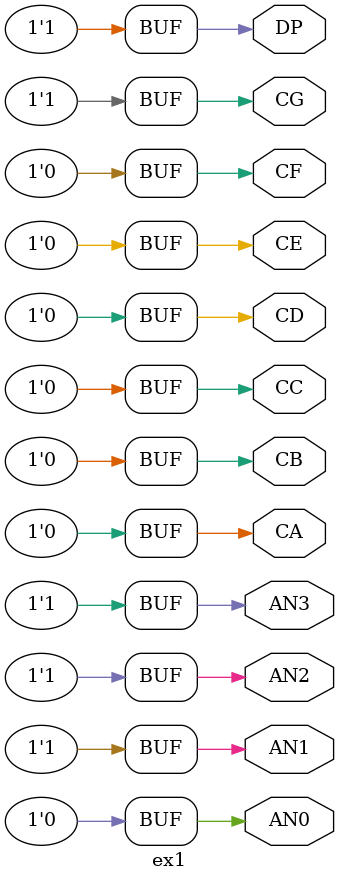
<source format=v>
module ex1(
    output  AN0,
    output  AN1,
    output  AN2,
    output  AN3,
    output  CA,
    output  CB,
    output  CC,
    output  CD,
    output  CE,
    output  CF,
    output  CG,
    output  DP
    );
	assign AN0 = 0;
	assign AN1 = 1;
	assign AN2 = 1;
	assign AN3 = 1;
	
	assign CA = 0;
	assign CB = 0;
	assign CC = 0;
	assign CD = 0;
	assign CE = 0;
	assign CF = 0;
	assign CG = 1;
	assign DP = 1;
    // TODO
endmodule

</source>
